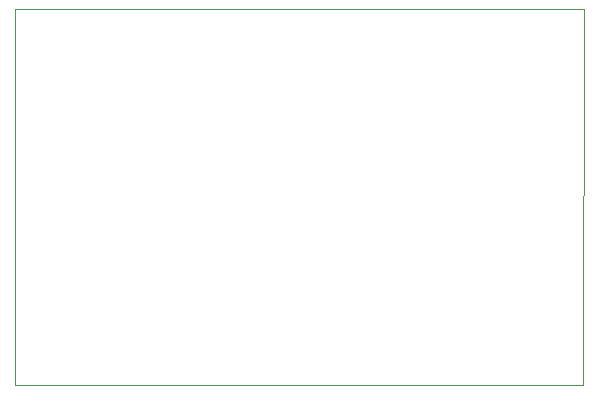
<source format=gbr>
%TF.GenerationSoftware,KiCad,Pcbnew,(5.1.6-0-10_14)*%
%TF.CreationDate,2020-08-15T20:46:47-04:00*%
%TF.ProjectId,atmega328compactboard,61746d65-6761-4333-9238-636f6d706163,rev?*%
%TF.SameCoordinates,Original*%
%TF.FileFunction,Profile,NP*%
%FSLAX46Y46*%
G04 Gerber Fmt 4.6, Leading zero omitted, Abs format (unit mm)*
G04 Created by KiCad (PCBNEW (5.1.6-0-10_14)) date 2020-08-15 20:46:47*
%MOMM*%
%LPD*%
G01*
G04 APERTURE LIST*
%TA.AperFunction,Profile*%
%ADD10C,0.050000*%
%TD*%
G04 APERTURE END LIST*
D10*
X1752600Y31013400D02*
X49987200Y31013400D01*
X1752600Y-787400D02*
X1752600Y31013400D01*
X49911000Y-838200D02*
X1752600Y-787400D01*
X49987200Y31013400D02*
X49911000Y-838200D01*
M02*

</source>
